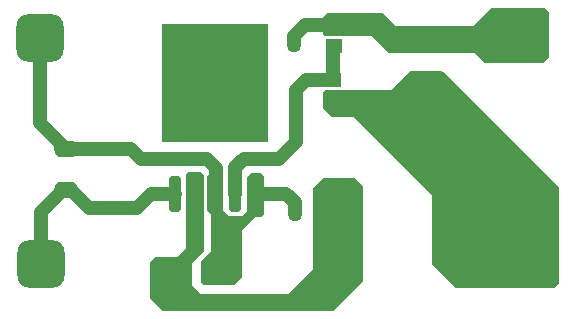
<source format=gtl>
G04*
G04 #@! TF.GenerationSoftware,Altium Limited,Altium Designer,21.3.2 (30)*
G04*
G04 Layer_Physical_Order=1*
G04 Layer_Color=255*
%FSLAX25Y25*%
%MOIN*%
G70*
G04*
G04 #@! TF.SameCoordinates,0F953CDF-2D95-4BA3-9E95-2DF240EAF7FD*
G04*
G04*
G04 #@! TF.FilePolarity,Positive*
G04*
G01*
G75*
%ADD13R,0.09843X0.06693*%
G04:AMPARAMS|DCode=14|XSize=40mil|YSize=120.08mil|CornerRadius=10mil|HoleSize=0mil|Usage=FLASHONLY|Rotation=0.000|XOffset=0mil|YOffset=0mil|HoleType=Round|Shape=RoundedRectangle|*
%AMROUNDEDRECTD14*
21,1,0.04000,0.10008,0,0,0.0*
21,1,0.02000,0.12008,0,0,0.0*
1,1,0.02000,0.01000,-0.05004*
1,1,0.02000,-0.01000,-0.05004*
1,1,0.02000,-0.01000,0.05004*
1,1,0.02000,0.01000,0.05004*
%
%ADD14ROUNDEDRECTD14*%
%ADD15R,0.35433X0.39370*%
%ADD16R,0.05315X0.04528*%
%ADD17R,0.11417X0.21260*%
%ADD26C,0.04724*%
%ADD27O,0.08268X0.05512*%
G04:AMPARAMS|DCode=28|XSize=157.48mil|YSize=157.48mil|CornerRadius=39.37mil|HoleSize=0mil|Usage=FLASHONLY|Rotation=0.000|XOffset=0mil|YOffset=0mil|HoleType=Round|Shape=RoundedRectangle|*
%AMROUNDEDRECTD28*
21,1,0.15748,0.07874,0,0,0.0*
21,1,0.07874,0.15748,0,0,0.0*
1,1,0.07874,0.03937,-0.03937*
1,1,0.07874,-0.03937,-0.03937*
1,1,0.07874,-0.03937,0.03937*
1,1,0.07874,0.03937,0.03937*
%
%ADD28ROUNDEDRECTD28*%
%ADD29C,0.05000*%
G36*
X550000Y332100D02*
Y317000D01*
X548000Y315000D01*
X528400D01*
X524800Y318600D01*
X496300D01*
X490700Y324200D01*
X475200D01*
X474500Y324900D01*
Y330300D01*
X476000Y331800D01*
X494500D01*
X499000Y327300D01*
X524400D01*
X530600Y333500D01*
X548600D01*
X550000Y332100D01*
D02*
G37*
G36*
X440200Y278800D02*
X441300Y277700D01*
Y265900D01*
X443200Y264000D01*
X447500Y264000D01*
X449200Y265700D01*
Y277100D01*
X450600Y278500D01*
X453500D01*
X454700Y277300D01*
X454700Y264900D01*
X453700Y263900D01*
X451800D01*
X447500Y259600D01*
Y243800D01*
X444700Y241000D01*
X434900D01*
X433900Y242000D01*
Y249200D01*
X437100Y252400D01*
Y264800D01*
X436000Y265900D01*
Y277600D01*
X437200Y278800D01*
X440200Y278800D01*
D02*
G37*
G36*
X553100Y273800D02*
Y241600D01*
X551500Y240000D01*
X518800D01*
X510700Y248100D01*
X510700Y271000D01*
X484700Y297000D01*
X477600D01*
X474500Y300100D01*
Y305400D01*
X475100Y306000D01*
X497200D01*
X503800Y312600D01*
X514300D01*
X553100Y273800D01*
D02*
G37*
G36*
X434800Y277900D02*
Y252200D01*
X431000Y248400D01*
Y240900D01*
X433700Y238200D01*
X463100D01*
X471200Y246300D01*
Y273600D01*
X474500Y276900D01*
X485200D01*
X487900Y274200D01*
Y242200D01*
X478000Y232300D01*
X421200D01*
X416800Y236700D01*
Y248800D01*
X418400Y250400D01*
X426000D01*
X428900Y253300D01*
Y278100D01*
X429600Y278800D01*
X433900D01*
X434800Y277900D01*
D02*
G37*
D13*
X439348Y245600D02*
D03*
X423600D02*
D03*
D14*
X438614Y271590D02*
D03*
X452016D02*
D03*
X445315D02*
D03*
X431913D02*
D03*
X425213D02*
D03*
D15*
X438500Y308500D02*
D03*
D16*
X478200Y320900D02*
D03*
Y327790D02*
D03*
X478000Y302655D02*
D03*
Y309545D02*
D03*
D17*
X479206Y263400D02*
D03*
X517394D02*
D03*
D26*
X388800Y272800D02*
X390391D01*
X387635D02*
X388800D01*
X380400Y248200D02*
X380600Y248400D01*
Y265600D01*
X387028Y272193D02*
X387635Y272800D01*
X387028Y272028D02*
Y272193D01*
X380600Y265600D02*
X387028Y272028D01*
X465047Y264753D02*
X465100Y264700D01*
X452016Y271590D02*
X462332D01*
X465047Y264753D02*
Y268876D01*
X462332Y271590D02*
X465047Y268876D01*
X459900Y283200D02*
X465400Y288700D01*
X448082Y283200D02*
X459900D01*
X445315Y271590D02*
Y280433D01*
X448082Y283200D01*
X464853Y324187D02*
X468456Y327790D01*
X464800Y321200D02*
X464853Y321253D01*
X468456Y327790D02*
X478200D01*
X464853Y321253D02*
Y324187D01*
X380200Y295180D02*
X387271Y288108D01*
X380200Y295180D02*
Y323300D01*
X387635Y286579D02*
X388800D01*
X387271Y286943D02*
X387635Y286579D01*
X387271Y286943D02*
Y288108D01*
X438900Y270800D02*
Y280100D01*
X435900Y283100D02*
X438900Y280100D01*
X413861Y283100D02*
X435900D01*
X410381Y286579D02*
X413861Y283100D01*
X388800Y286579D02*
X410381D01*
X390391Y272800D02*
X396491Y266700D01*
X412400D02*
X417290Y271590D01*
X396491Y266700D02*
X412400D01*
X417290Y271590D02*
X425213D01*
X465400Y288700D02*
Y306200D01*
X468745Y309545D01*
X478000D01*
X478102Y320802D02*
X478200Y320900D01*
X478000Y309545D02*
Y320802D01*
X478102D01*
D27*
X388800Y286579D02*
D03*
Y272800D02*
D03*
X509600Y322580D02*
D03*
Y308800D02*
D03*
D28*
X540000Y324400D02*
D03*
X380200Y323300D02*
D03*
X543500Y248700D02*
D03*
X380400Y248200D02*
D03*
D29*
X464800Y321200D02*
D03*
X465100Y264700D02*
D03*
M02*

</source>
